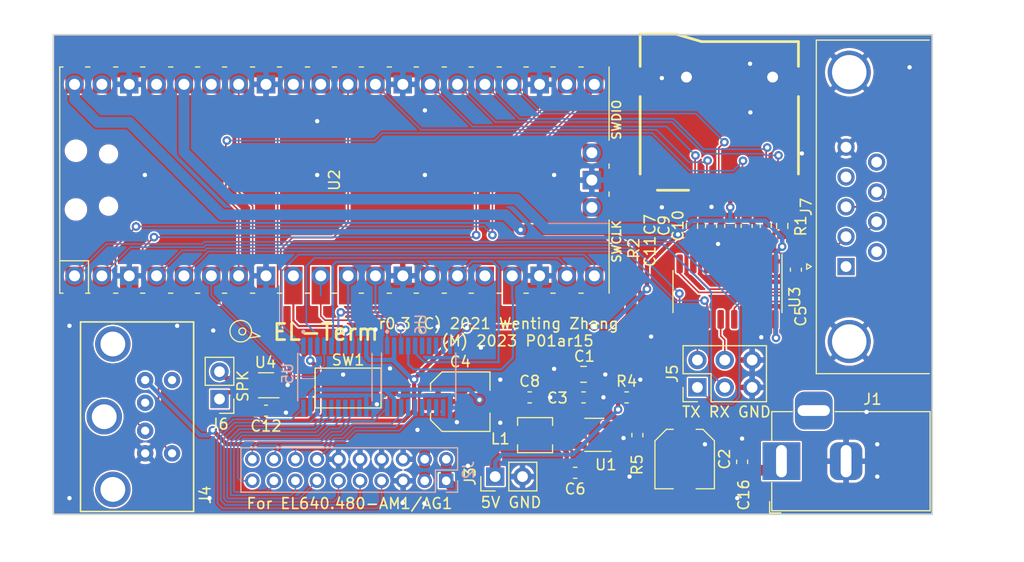
<source format=kicad_pcb>
(kicad_pcb (version 20221018) (generator pcbnew)
  (layers (0 "F.Cu" signal) (31 "B.Cu" signal) (34 "B.Paste" user) (35 "F.Paste" user) (36 "B.SilkS" user "B.Silkscreen") (37 "F.SilkS" user "F.Silkscreen") (38 "B.Mask" user) (39 "F.Mask" user) (44 "Edge.Cuts" user))
  (net 0 "")
  (net 4 "Net-(U1-FB)")
  (net 5 "Net-(U1-BS)")
  (net 6 "/SWCLK")
  (net 7 "/SWDIO")
  (net 8 "+3V3")
  (net 9 "/UD1")
  (net 10 "/UD2")
  (net 11 "+12V")
  (net 12 "/UD3")
  (net 13 "Net-(U1-SW)")
  (net 14 "Net-(J6-Pin_2)")
  (net 15 "Net-(J6-Pin_1)")
  (net 16 "+5V")
  (net 17 "/LD1")
  (net 18 "/LD2")
  (net 19 "/LD3")
  (net 20 "/KBCLK")
  (net 21 "Net-(U3-C1+)")
  (net 22 "/UART0_RX")
  (net 23 "/HSYNC")
  (net 24 "/VSYNC")
  (net 25 "Net-(U3-VS+)")
  (net 26 "/UART0_TX")
  (net 27 "Net-(U3-C1-)")
  (net 28 "Net-(U3-C2+)")
  (net 29 "Net-(U3-C2-)")
  (net 30 "Net-(U3-VS-)")
  (net 31 "Net-(U3-T2OUT)")
  (net 32 "Net-(U3-R2IN)")
  (net 33 "Net-(J5-Pin_2)")
  (net 34 "/SD_DAT2")
  (net 35 "/SD_DAT3")
  (net 36 "/SD_CMD")
  (net 37 "/SD_CLK")
  (net 38 "/SD_DAT0")
  (net 39 "/RUN")
  (net 40 "Net-(J5-Pin_4)")
  (net 41 "/PWM1")
  (net 42 "/PWM0")
  (net 43 "Net-(U3-R1IN)")
  (net 44 "Net-(U3-T1OUT)")
  (net 45 "/VSYS")
  (net 46 "/UART0_CTS")
  (net 47 "GND")
  (net 48 "/SD_DAT1")
  (net 49 "/UD0")
  (net 50 "/LD0")
  (net 51 "/VCLK")
  (net 52 "/UART0_RTS")
  (net 53 "/KBDAT")
  (net 62 "Net-(J2-Pin_7)")
  (net 63 "Net-(J2-Pin_9)")
  (net 64 "Net-(J2-Pin_11)")
  (net 65 "Net-(J2-Pin_13)")
  (net 66 "Net-(J2-Pin_14)")
  (net 67 "Net-(J2-Pin_15)")
  (net 68 "Net-(J2-Pin_16)")
  (net 69 "Net-(J2-Pin_17)")
  (net 70 "Net-(J2-Pin_18)")
  (net 71 "Net-(J2-Pin_19)")
  (net 72 "Net-(J2-Pin_20)")
  (footprint "Capacitor_SMD:C_0603_1608Metric" (layer "F.Cu") (at 123.952 120.65)
    (fp_text reference "C6")
    (fp_text value "100nF")
  )
  (footprint "Capacitor_SMD:C_0603_1608Metric" (layer "F.Cu") (at 119.73 113.65 180)
    (fp_text reference "C8")
    (fp_text value "10uF")
  )
  (footprint "Capacitor_SMD:C_0603_1608Metric" (layer "F.Cu") (at 139.453331 119.628 -90)
    (fp_text reference "C16")
    (fp_text value "100nF")
  )
  (footprint "Inductor_SMD:L_Vishay_IHLP-1212" (layer "F.Cu") (at 120.23 117.15 180)
    (fp_text reference "L1")
    (fp_text value "4.7uH")
  )
  (footprint "Resistor_SMD:R_0603_1608Metric" (layer "F.Cu") (at 128.73 113.65 180)
    (fp_text reference "R4")
    (fp_text value "200K")
  )
  (footprint "Resistor_SMD:R_0603_1608Metric" (layer "F.Cu") (at 129.73 117.15 90)
    (fp_text reference "R5")
    (fp_text value "27K")
  )
  (footprint "Package_TO_SOT_SMD:TSOT-23-6" (layer "F.Cu") (at 125.73 117.15 180)
    (fp_text reference "U1")
    (fp_text value "SY8120")
  )
  (footprint "Connector_BarrelJack:BarrelJack_Horizontal" (layer "F.Cu") (at 143.105331 119.5695 180)
    (fp_text reference "J1")
    (fp_text value "Barrel_Jack_Switch")
  )
  (footprint "Capacitor_SMD:C_0603_1608Metric" (layer "F.Cu") (at 124.73 113.65 180)
    (fp_text reference "C3")
    (fp_text value "100nF")
  )
  (footprint "Package_SO:SO-16_3.9x9.9mm_P1.27mm" (layer "F.Cu") (at 138.095331 103.824 -90)
    (fp_text reference "U3")
    (fp_text value "MAX3232")
  )
  (footprint "Resistor_SMD:R_0603_1608Metric" (layer "F.Cu") (at 134.793331 97.728 90)
    (fp_text reference "R2")
    (fp_text value "10K")
  )
  (footprint "Capacitor_SMD:C_0603_1608Metric" (layer "F.Cu") (at 144.445331 101.792 90)
    (fp_text reference "C5")
    (fp_text value "100nF")
  )
  (footprint "Capacitor_SMD:C_0603_1608Metric" (layer "F.Cu") (at 138.349331 97.728 -90)
    (fp_text reference "C7")
    (fp_text value "10uF")
  )
  (footprint "Connector_PinHeader_2.54mm:PinHeader_1x02_P2.54mm_Vertical" (layer "F.Cu") (at 116.525 121 90)
    (fp_text reference "J3")
    (fp_text value "Conn_01x02")
  )
  (footprint "footprints:RPi_Pico_SMD_TH" (layer "F.Cu") (at 101.6 93.472 90)
    (fp_text reference "U2")
    (fp_text value "Pico")
  )
  (footprint "Button_Switch_SMD:SW_SPST_CK_RS282G05A3" (layer "F.Cu") (at 102.87 112.776)
    (fp_text reference "SW1")
    (fp_text value "SW_Push")
  )
  (footprint "footprints:MINI-DIN-6-FULL-SHIELD" (layer "F.Cu") (at 75.5295 115.441 90)
    (fp_text reference "J4")
    (fp_text value "Mini-DIN-6" hide)
  )
  (footprint "Connector_PinHeader_2.54mm:PinHeader_2x03_P2.54mm_Vertical" (layer "F.Cu") (at 135.301331 112.719 90)
    (fp_text reference "J5")
    (fp_text value "Conn_02x03_Odd_Even")
  )
  (footprint "Capacitor_SMD:C_0603_1608Metric" (layer "F.Cu") (at 139.873331 97.728 90)
    (fp_text reference "C9")
    (fp_text value "100nF")
  )
  (footprint "Capacitor_SMD:C_0805_2012Metric" (layer "F.Cu") (at 124.73 111.506 180)
    (fp_text reference "C1")
    (fp_text value "4.7uF")
  )
  (footprint "Connector_Dsub:DSUB-9_Male_Horizontal_P2.77x2.84mm_EdgePinOffset4.94mm_Housed_MountingHolesOffset7.48mm" (layer "F.Cu") (at 149.1 101.5 90)
    (fp_text reference "J7")
    (fp_text value "DB9_Male_MountingHoles")
  )
  (footprint "Capacitor_SMD:C_Elec_5x5.8" (layer "F.Cu") (at 113.284 114.046)
    (fp_text reference "C4")
    (fp_text value "47uF")
  )
  (footprint "Capacitor_SMD:C_Elec_5x5.8" (layer "F.Cu") (at 134.119331 119.374 -90)
    (fp_text reference "C2")
    (fp_text value "47uF")
  )
  (footprint "Capacitor_SMD:C_0603_1608Metric" (layer "F.Cu") (at 95.25 114.88 180)
    (fp_text reference "C12")
    (fp_text value "100nF")
  )
  (footprint "Resistor_SMD:R_0603_1608Metric" (layer "F.Cu") (at 143.175331 97.728 90)
    (fp_text reference "R1")
    (fp_text value "10K")
  )
  (footprint "Connector_PinHeader_2.54mm:PinHeader_1x02_P2.54mm_Vertical" (layer "F.Cu") (at 90.932 113.797 180)
    (fp_text reference "J6")
    (fp_text value "Conn_01x02")
  )
  (footprint "Capacitor_SMD:C_0603_1608Metric" (layer "F.Cu") (at 136.571331 97.728 -90)
    (fp_text reference "C11")
    (fp_text value "100nF")
  )
  (footprint "Capacitor_SMD:C_0603_1608Metric" (layer "F.Cu") (at 141.651331 97.728 -90)
    (fp_text reference "C10")
    (fp_text value "100nF")
  )
  (footprint "Package_TO_SOT_SMD:SOT-363_SC-70-6" (layer "F.Cu") (at 95.25 112.522 180)
    (fp_text reference "U4")
    (fp_text value "NC7WZ16P6X")
  )
  (footprint "footprints:TFC-WPAPR-08" (layer "F.Cu") (at 137.333331 87.163505 90)
    (fp_text reference "MICRO_SD1" hide)
    (fp_text value "MICRO_SD(TFC-WPAPR-08)")
  )
  (footprint "Connector_PinHeader_2.00mm:PinHeader_2x10_P2.00mm_Vertical" (layer "B.Cu") (at 111.98 121.39 90)
    (fp_text reference "J2")
    (fp_text value "Conn_02x10_Odd_Even")
  )
  (footprint "TXB0108PWR:SOP65P640X120-20N" (layer "B.Cu") (at 109.42 111.7275 -90)
    (fp_text reference "U6")
    (fp_text value "TXB0108PWR")
  )
  (footprint "TXB0108PWR:SOP65P640X120-20N" (layer "B.Cu") (at 101.64 111.7575 -90)
    (fp_text reference "U5")
    (fp_text value "TXB0108PWR")
  )
  (gr_line (start 94.7 107.975) (end 93.675 108.125) (stroke (width 0.12)) (layer "F.SilkS"))
  (gr_circle (center 93.05 107.524845) (end 93.37 107.524845) (stroke (width 0.12)) (fill none) (layer "F.SilkS"))
  (gr_line (start 93.9 107.575) (end 94.7 107.975) (stroke (width 0.12)) (layer "F.SilkS"))
  (gr_circle (center 92.9 107.5) (end 93.9 107.5) (stroke (width 0.12)) (fill none) (layer "F.SilkS"))
  (gr_line (start 75.5 124.5) (end 157.1 124.5) (stroke (width 0.15)) (layer "Edge.Cuts"))
  (gr_line (start 157.1 79.978) (end 75.5 79.978) (stroke (width 0.15)) (layer "Edge.Cuts"))
  (gr_line (start 157.1 124.5) (end 157.1 79.978) (stroke (width 0.15)) (layer "Edge.Cuts"))
  (gr_line (start 75.5 79.978) (end 75.5 124.5) (stroke (width 0.15)) (layer "Edge.Cuts"))
  (gr_text "For EL640.480-AM1/AG1" (at 103 123.5) (layer "F.SilkS") (effects (font (size 1 1))))
  (gr_text "TX RX GND" (at 138 115) (layer "F.SilkS") (effects (font (size 1 1))))
  (gr_text "SPK" (at 93.1 112.6 90) (layer "F.SilkS") (effects (font (size 1 1))))
  (gr_text "EL-Term" (at 100.8 107.6) (layer "F.SilkS") (effects (font (size 1.5 1.5) (thickness 0.25))))
  (gr_text "(C) 2021 Wenting Zhang\n(M) 2023 P01ar15" (at 118.6 107.6) (layer "F.SilkS") (effects (font (size 1 1))))
  (gr_text "r0.3" (at 107.2 106.8) (layer "F.SilkS") (effects (font (size 1 1))))
  (gr_text "5V GND" (at 118 123.4) (layer "F.SilkS") (effects (font (size 1 1))))
  (segment (start 129.5175 113.65) (end 129.5175 116.15) (width 0.4) (layer "F.Cu") (net 4))
  (segment (start 127.2025 116.3625) (end 127.04 116.2) (width 0.4) (layer "F.Cu") (net 4))
  (segment (start 129.5175 116.15) (end 129.73 116.3625) (width 0.4) (layer "F.Cu") (net 4))
  (segment (start 129.73 116.3625) (end 127.2025 116.3625) (width 0.4) (layer "F.Cu") (net 4))
  (segment (start 124.7395 120.65) (end 124.7395 120.1505) (width 0.4) (layer "F.Cu") (net 5))
  (segment (start 124.7395 120.1505) (end 126.79 118.1) (width 0.4) (layer "F.Cu") (net 5))
  (segment (start 126.79 118.1) (end 127.04 118.1) (width 0.4) (layer "F.Cu") (net 5))
  (segment (start 94.3 112.522) (end 95.092 112.522) (width 0.4) (layer "F.Cu") (net 8))
  (segment (start 143.17 98.558331) (end 143.175331 98.553) (width 0.4) (layer "F.Cu") (net 8))
  (segment (start 95.092 113.53502) (end 94.475 114.15202) (width 0.4) (layer "F.Cu") (net 8))
  (segment (start 109 111.97) (end 109 111.95) (width 0.4) (layer "F.Cu") (net 8))
  (segment (start 95.223011 115.810011) (end 98.8 115.810011) (width 0.4) (layer "F.Cu") (net 8))
  (segment (start 142.540331 108.060331) (end 142.6 108.12) (width 0.4) (layer "F.Cu") (net 8))
  (segment (start 130.62 103.58) (end 130.62 101.4) (width 0.4) (layer "F.Cu") (net 8))
  (segment (start 100.07 110.93) (end 100.07 114.99) (width 0.4) (layer "F.Cu") (net 8))
  (segment (start 133.533 98.553) (end 133.5 98.52) (width 0.4) (layer "F.Cu") (net 8))
  (segment (start 94.475 114.15202) (end 94.475 115.062) (width 0.4) (layer "F.Cu") (net 8))
  (segment (start 98.8 115.810011) (end 108.029989 115.810011) (width 0.4) (layer "F.Cu") (net 8))
  (segment (start 100.07 114.99) (end 99.249989 115.810011) (width 0.4) (layer "F.Cu") (net 8))
  (segment (start 99.4 110.26) (end 100.07 110.93) (width 0.4) (layer "F.Cu") (net 8))
  (segment (start 138.349331 94.570145) (end 138.382351 94.537125) (width 0.4) (layer "F.Cu") (net 8))
  (segment (start 113.87 107.08) (end 125.71 107.08) (width 0.4) (layer "F.Cu") (net 8))
  (segment (start 109 114.84) (end 109 111.97) (width 0.4) (layer "F.Cu") (net 8))
  (segment (start 134.793331 98.553) (end 133.533 98.553) (width 0.4) (layer "F.Cu") (net 8))
  (segment (start 108.029989 115.810011) (end 109 114.84) (width 0.4) (layer "F.Cu") (net 8))
  (segment (start 94.475 115.062) (end 95.223011 115.810011) (width 0.4) (layer "F.Cu") (net 8))
  (segment (start 99.249989 115.810011) (end 98.8 115.810011) (width 0.4) (layer "F.Cu") (net 8))
  (segment (start 109 111.95) (end 113.87 107.08) (width 0.4) (layer "F.Cu") (net 8))
  (segment (start 130.62 101.4) (end 133.5 98.52) (width 0.4) (layer "F.Cu") (net 8))
  (segment (start 143.17 99.65) (end 143.17 98.558331) (width 0.4) (layer "F.Cu") (net 8))
  (segment (start 99.36 110.23) (end 99.39 110.26) (width 0.2) (layer "F.Cu") (net 8))
  (segment (start 99.39 110.26) (end 99.4 110.26) (width 0.2) (layer "F.Cu") (net 8))
  (segment (start 138.349331 96.953) (end 138.349331 94.570145) (width 0.4) (layer "F.Cu") (net 8))
  (segment (start 142.540331 106.399) (end 142.540331 108.060331) (width 0.4) (layer "F.Cu") (net 8))
  (segment (start 95.092 112.522) (end 95.092 113.53502) (width 0.4) (layer "F.Cu") (net 8))
  (via (at 109 111.97) (size 0.8) (drill 0.4) (layers "F.Cu" "B.Cu") (net 8))
  (via (at 113.9 107.2) (size 0.8) (drill 0.4) (layers "F.Cu" "B.Cu") (net 8))
  (via (at 125.71 107.08) (size 0.8) (drill 0.4) (layers "F.Cu" "B.Cu") (net 8))
  (via (at 133.5 98.52) (size 0.8) (drill 0.4) (layers "F.Cu" "B.Cu") (net 8))
  (via (at 138.349331 95.990669) (size 0.8) (drill 0.4) (layers "F.Cu" "B.Cu") (net 8))
  (via (at 143.17 99.65) (size 0.8) (drill 0.4) (layers "F.Cu" "B.Cu") (net 8))
  (via (at 99.36 110.23) (size 0.8) (drill 0.4) (layers "F.Cu" "B.Cu") (net 8))
  (via (at 130.62 103.58) (size 0.8) (drill 0.4) (layers "F.Cu" "B.Cu") (net 8))
  (via (at 142.6 108.12) (size 0.8) (drill 0.4) (layers "F.Cu" "B.Cu") (net 8))
  (segment (start 113.9 107.125) (end 113.8375 107.1875) (width 0.15) (layer "B.Cu") (net 8))
  (segment (start 141.58 97.24) (end 143.17 98.83) (width 0.4) (layer "B.Cu") (net 8))
  (segment (start 87.63 84.582) (end 87.63 90.86) (width 1) (layer "B.Cu") (net 8))
  (segment (start 99.365 108.8875) (end 99.365 110.225) (width 0.2) (layer "B.Cu") (net 8))
  (segment (start 134.78 97.24) (end 138.2 97.24) (width 0.4) (layer "B.Cu") (net 8))
  (segment (start 113.9 107.2) (end 113.9 107.125) (width 0.15) (layer "B.Cu") (net 8))
  (segment (start 138.349331 95.990669) (end 138.349331 97.090669) (width 0.4) (layer "B.Cu") (net 8))
  (segment (start 87.63 90.86) (end 92.02 95.25) (width 1) (layer "B.Cu") (net 8))
  (segment (start 133.5 98.52) (end 134.78 97.24) (width 0.4) (layer "B.Cu") (net 8))
  (segment (start 104.565 108.8875) (end 104.565 109.885) (width 0.4) (layer "B.Cu") (net 8))
  (segment (start 138.2 97.24) (end 141.58 97.24) (width 0.4) (layer "B.Cu") (net 8))
  (segment (start 130.62 103.58) (end 127.12 107.08) (width 0.4) (layer "B.Cu") (net 8))
  (segment (start 112.345 108.8575) (end 112.345 108.68) (width 0.15) (layer "B.Cu") (net 8))
  (segment (start 127.12 107.08) (end 125.71 107.08) (width 0.4) (layer "B.Cu") (net 8))
  (segment (start 143.17 98.83) (end 143.17 99.65) (width 0.4) (layer "B.Cu") (net 8))
  (segment (start 138.349331 97.090669) (end 138.2 97.24) (width 0.4) (layer "B.Cu") (net 8))
  (segment (start 142.6 108.12) (end 142.6 100.22) (width 0.4) (layer "B.Cu") (net 8))
  (segment (start 99.365 110.225) (end 99.36 110.23) (width 0.2) (layer "B.Cu") (net 8))
  (segment (start 118.5 95.25) (end 121.24 97.99) (width 1) (layer "B.Cu") (net 8))
  (segment (start 104.85 110.17) (end 107.030661 110.17) (width 0.4) (layer "B.Cu") (net 8))
  (segment (start 107.145 110.284339) (end 108.800661 111.94) (width 0.4) (layer "B.Cu") (net 8))
  (segment (start 112.345 108.68) (end 113.825 107.2) (width 0.15) (layer "B.Cu") (net 8))
  (segment (start 92.02 95.25) (end 118.5 95.25) (width 1) (layer "B.Cu") (net 8))
  (segment (start 132.97 97.99) (end 133.5 98.52) (width 1) (layer "B.Cu") (net 8))
  (segment (start 107.030661 110.17) (end 107.145 110.284339) (width 0.4) (layer "B.Cu") (net 8))
  (segment (start 121.24 97.99) (end 132.97 97.99) (width 1) (layer "B.Cu") (net 8))
  (segment (start 113.825 107.2) (end 113.9 107.2) (width 0.15) (layer "B.Cu") (net 8))
  (segment (start 104.565 109.885) (end 104.85 110.17) (width 0.4) (layer "B.Cu") (net 8))
  (segment (start 108.800661 111.94) (end 108.95 111.94) (width 0.4) (layer "B.Cu") (net 8))
  (segment (start 107.145 108.8575) (end 107.145 110.284339) (width 0.4) (layer "B.Cu") (net 8))
  (segment (start 142.6 100.22) (end 143.17 99.65) (width 0.4) (layer "B.Cu") (net 8))
  (segment (start 103.29 106.84) (end 103.29 108.8625) (width 0.2) (layer "B.Cu") (net 9))
  (segment (start 103.29 108.8625) (end 103.265 108.8875) (width 0.2) (layer "B.Cu") (net 9))
  (segment (start 102.87 102.362) (end 102.87 106.42) (width 0.2) (layer "B.Cu") (net 9))
  (segment (start 102.87 106.42) (end 103.29 106.84) (width 0.2) (layer "B.Cu") (net 9))
  (segment (start 100.33 102.362) (end 100.33 106.08) (width 0.15) (layer "F.Cu") (net 10))
  (segment (start 107.06 106.48) (end 107.75 107.17) (width 0.15) (layer "F.Cu") (net 10))
  (segment (start 100.73 106.48) (end 107.06 106.48) (width 0.15) (layer "F.Cu") (net 10))
  (segment (start 100.33 106.08) (end 100.73 106.48) (width 0.15) (layer "F.Cu") (net 10))
  (via (at 107.75 107.17) (size 0.8) (drill 0.4) (layers "F.Cu" "B.Cu") (net 10))
  (segment (start 107.75 107.17) (end 107.75 108.8125) (width 0.15) (layer "B.Cu") (net 10))
  (segment (start 107.75 108.8125) (end 107.795 108.8575) (width 0.15) (layer "B.Cu") (net 10))
  (segment (start 107.795 107.215) (end 107.75 107.17) (width 0.15) (layer "B.Cu") (net 10))
  (segment (start 100.33 102.362) (end 100.33 104.19) (width 0.15) (layer "B.Cu") (net 10))
  (segment (start 124.31 109.87) (end 123.955 110.225) (width 1) (layer "F.Cu") (net 11))
  (segment (start 124.42 116.2) (end 124.42 115.89) (width 0.4) (layer "F.Cu") (net 11))
  (segment (start 131.95 110.45) (end 131.37 109.87) (width 1) (layer "F.Cu") (net 11))
  (segment (start 123.9425 111.5185) (end 123.955 111.506) (width 0.4) (layer "F.Cu") (net 11))
  (segment (start 139.453331 120.4155) (end 142.259331 120.4155) (width 1) (layer "F.Cu") (net 11))
  (segment (start 134.119331 121.4365) (end 138.432331 121.4365) (width 1) (layer "F.Cu") (net 11))
  (segment (start 131.95 119.267169) (end 131.95 110.45) (width 1) (layer "F.Cu") (net 11))
  (segment (start 142.259331 120.4155) (end 143.105331 119.5695) (width 1) (layer "F.Cu") (net 11))
  (segment (start 132.495831 123.06) (end 113.65 123.06) (width 1) (layer "F.Cu") (net 11))
  (segment (start 131.37 109.87) (end 124.31 109.87) (width 1) (layer "F.Cu") (net 11))
  (segment (start 134.119331 121.4365) (end 131.95 119.267169) (width 1) (layer "F.Cu") (net 11))
  (segment (start 124.42 117.15) (end 124.42 116.2) (width 0.4) (layer "F.Cu") (net 11))
  (segment (start 123.955 110.225) (end 123.9425 110.2375) (width 1) (layer "F.Cu") (net 11))
  (segment (start 113.65 123.06) (end 111.98 121.39) (width 1) (layer "F.Cu") (net 11))
  (segment (start 123.9425 113.65) (end 123.9425 115.7225) (width 1) (layer "F.Cu") (net 11))
  (segment (start 123.9425 115.7225) (end 124.42 116.2) (width 1) (layer "F.Cu") (net 11))
  (segment (start 123.955 110.225) (end 123.955 111.506) (width 1) (layer "F.Cu") (net 11))
  (segment (start 138.432331 121.4365) (end 139.453331 120.4155) (width 1) (layer "F.Cu") (net 11))
  (segment (start 111.98 121.39) (end 111.98 119.39) (width 1) (layer "F.Cu") (net 11))
  (segment (start 123.9425 110.2375) (end 123.9425 113.65) (width 1) (layer "F.Cu") (net 11))
  (segment (start 132.495831 123.06) (end 134.119331 121.4365) (width 1) (layer "F.Cu") (net 11))
  (segment (start 97.79 106.52) (end 98.29 107.02) (width 0.2) (layer "F.Cu") (net 12))
  (segment (start 98.29 107.02) (end 102.28 107.02) (width 0.2) (layer "F.Cu") (net 12))
  (segment (start 102.28 107.02) (end 102.64 107.38) (width 0.2) (layer "F.Cu") (net 12))
  (segment (start 97.79 102.362) (end 97.79 106.52) (width 0.2) (layer "F.Cu") (net 12))
  (via (at 102.64 107.38) (size 0.8) (drill 0.4) (layers "F.Cu" "B.Cu") (net 12))
  (segment (start 102.615 107.555) (end 102.64 107.38) (width 0.15) (layer "B.Cu") (net 12))
  (segment (start 102.64 107.38) (end 102.615 108.8875) (width 0.15) (layer "B.Cu") (net 12))
  (segment (start 124.42 118.1) (end 122.53 118.1) (width 0.4) (layer "F.Cu") (net 13))
  (segment (start 122.53 118.1) (end 123.1645 118.7345) (width 0.4) (layer "F.Cu") (net 13))
  (segment (start 123.1645 118.7345) (end 123.1645 120.65) (width 0.4) (layer "F.Cu") (net 13))
  (segment (start 122.53 118.1) (end 121.58 117.15) (width 0.4) (layer "F.Cu") (net 13))
  (segment (start 94.3 111.872) (end 91.547 111.872) (width 0.4) (layer "F.Cu") (net 14))
  (segment (start 91.547 111.872) (end 90.932 111.257) (width 0.4) (layer "F.Cu") (net 14))
  (segment (start 94.3 113.172) (end 91.557 113.172) (width 0.4) (layer "F.Cu") (net 15))
  (segment (start 91.557 113.172) (end 90.932 113.797) (width 0.4) (layer "F.Cu") (net 15))
  (segment (start 126.82 108.5) (end 121.29 108.5) (width 1) (layer "F.Cu") (net 16))
  (segment (start 109.98 118.41) (end 109.98 121.39) (width 1) (layer "F.Cu") (net 16))
  (segment (start 91.59 117.99) (end 110.4 117.99) (width 0.4) (layer "F.Cu") (net 16))
  (segment (start 127.9425 114.7675) (end 127.94 114.77) (width 0.4) (layer "F.Cu") (net 16))
  (segment (start 118.88 117.15) (end 118.88 113.7125) (width 1) (layer "F.Cu") (net 16))
  (segment (start 118.9425 110.8475) (end 118.9425 113.65) (width 1) (layer "F.Cu") (net 16))
  (segment (start 90.3 116.7) (end 91.59 117.99) (width 0.4) (layer "F.Cu") (net 16))
  (segment (start 118.89 98.09) (end 126.85 98.09) (width 1) (layer "F.Cu") (net 16))
  (segment (start 110.8435 117.5465) (end 109.98 118.41) (width 1) (layer "F.Cu") (net 16))
  (segment (start 129.15 100.39) (end 129.15 106.17) (width 1) (layer "F.Cu") (net 16))
  (segment (start 110.4 117.99) (end 110.8435 117.5465) (width 0.4) (layer "F.Cu") (net 16))
  (segment (start 127.9425 113.65) (end 127.9425 114.7675) (width 0.4) (layer "F.Cu") (net 16))
  (segment (start 115.3465 114.046) (end 115.3465 117.5465) (width 1) (layer "F.Cu") (net 16))
  (segment (start 118.9425 113.65) (end 115.7425 113.65) (width 1) (layer "F.Cu") (net 16))
  (segment (start 126.85 98.09) (end 129.15 100.39) (width 1) (layer "F.Cu") (net 16))
  (segment (start 118.88 113.7125) (end 118.9425 113.65) (width 1) (layer "F.Cu") (net 16))
  (segment (start 129.15 106.17) (end 126.82 108.5) (width 1) (layer "F.Cu") (net 16))
  (segment (start 116.525 119.112) (end 116.525 121) (width 1) (layer "F.Cu") (net 16))
  (segment (start 121.29 108.5) (end 118.9425 110.8475) (width 1) (layer "F.Cu") (net 16))
  (segment (start 115.7425 113.65) (end 115.3465 114.046) (width 1) (layer "F.Cu") (net 16))
  (segment (start 115.3465 117.9335) (end 116.525 119.112) (width 1) (layer "F.Cu") (net 16))
  (segment (start 115.3465 117.5465) (end 115.3465 117.9335) (width 1) (layer "F.Cu") (net 16))
  (segment (start 115.3465 117.5465) (end 110.8435 117.5465) (width 1) (layer "F.Cu") (net 16))
  (via (at 118.89 98.09) (size 0.8) (drill 0.4) (layers "F.Cu" "B.Cu") (net 16))
  (via (at 127.94 114.77) (size 0.8) (drill 0.4) (layers "F.Cu" "B.Cu") (net 16))
  (via (at 115.07 113.87) (size 0.8) (drill 0.4) (layers "F.Cu" "B.Cu") (net 16))
  (via (at 90.3 116.7) (size 0.8) (drill 0.4) (layers "F.Cu" "B.Cu") (net 16))
  (segment (start 106.290466 112.92) (end 114.11 112.92) (width 0.4) (layer "B.Cu") (net 16))
  (segment (start 99.365 114.6275) (end 99.365 113.465) (width 0.4) (layer "B.Cu") (net 16))
  (segment (start 107.145 113.774534) (end 107.145 114.5975) (width 0.4) (layer "B.Cu") (net 16))
  (segment (start 99.91 112.92) (end 106.290466 112.92) (width 0.4) (layer "B.Cu") (net 16))
  (segment (start 89.1485 117.16) (end 84.0295 112.041) (width 0.4) (layer "B.Cu") (net 16))
  (segment (start 127.94 114.77) (end 123.75 118.96) (width 0.4) (layer "B.Cu") (net 16))
  (segment (start 115.06 113.87) (end 115.07 113.87) (width 0.4) (layer "B.Cu") (net 16))
  (segment (start 116.525 119.605) (end 116.525 121) (width 0.4) (layer "B.Cu") (net 16))
  (segment (start 106.290466 112.92) (end 107.145 113.774534) (width 0.4) (layer "B.Cu") (net 16))
  (segment (start 79.6 88.11) (end 82.57 88.11) (width 1) (layer "B.Cu") (net 16))
  (segment (start 90.3 116.7) (end 89.84 117.16) (width 0.4) (layer "B.Cu") (net 16))
  (segment (start 99.365 113.465) (end 99.91 112.92) (width 0.4) (layer "B.Cu") (net 16))
  (segment (start 77.47 84.582) (end 77.47 85.98) (width 1) (layer "B.Cu") (net 16))
  (segment (start 89.84 117.16) (end 89.1485 117.16) (width 0.4) (layer "B.Cu") (net 16))
  (segment (start 117.49 96.69) (end 118.89 98.09) (width 1) (layer "B.Cu") (net 16))
  (segment (start 115.07 113.87) (end 115.07 113.88) (width 0.4) (layer "B.Cu") (net 16))
  (segment (start 82.57 88.11) (end 91.15 96.69) (width 1) (layer "B.Cu") (net 16))
  (segment (start 123.75 118.96) (end 117.17 118.96) (width 0.4) (layer "B.Cu") (net 16))
  (segment (start 77.47 85.98) (end 79.6 88.11) (width 1) (layer "B.Cu") (net 16))
  (segment (start 114.11 112.92) (end 115.06 113.87) (width 0.4) (layer "B.Cu") (net 16))
  (segment (start 115.07 113.88) (end 115.05 113.86) (width 0.4) (layer "B.Cu") (net 16))
  (segment (start 91.15 96.69) (end 117.49 96.69) (width 1) (layer "B.Cu") (net 16))
  (segment (start 117.17 118.96) (end 116.525 119.605) (width 0.4) (layer "B.Cu") (net 16))
  (segment (start 114.96 105.75) (end 115.57 105.14) (width 0.2) (layer "F.Cu") (net 17))
  (segment (start 102.19 105.75) (end 114.96 105.75) (width 0.2) (layer "F.Cu") (net 17))
  (segment (start 115.57 105.14) (end 115.57 102.362) (width 0.2) (layer "F.Cu") (net 17))
  (via (at 102.19 105.75) (size 0.8) (drill 0.4) (layers "F.Cu" "B.Cu") (net 17))
  (segment (start 102.19 105.75) (end 102.19 105.71) (width 0.2) (layer "B.Cu") (net 17))
  (segment (start 102.19 105.71) (end 102.14 105.76) (width 0.2) (layer "B.Cu") (net 17))
  (segment (start 102.15 105.75) (end 102.19 105.75) (width 0.2) (layer "B.Cu") (net 17))
  (segment (start 101.965 108.8875) (end 101.965 105.935) (width 0.2) (layer "B.Cu") (net 17))
  (segment (start 101.965 105.935) (end 102.15 105.75) (width 0.2) (layer "B.Cu") (net 17))
  (segment (start 116.84 110.31) (end 116.84 101.59) (width 0.2) (layer "B.Cu") (net 18))
  (segment (start 116.9 110.37) (end 116.84 110.31) (width 0.2) (layer "B.Cu") (net 18))
  (segment (start 109.095 108.8575) (end 109.095 109.539045) (width 0.2) (layer "B.Cu") (net 18))
  (segment (start 114.367 101.025) (end 113.03 102.362) (width 0.2) (layer "B.Cu") (net 18))
  (segment (start 116.275 101.025) (end 114.367 101.025) (width 0.2) (layer "B.Cu") (net 18))
  (segment (start 109.095 109.539045) (end 109.925955 110.37) (width 0.2) (layer "B.Cu") (net 18))
  (segment (start 109.925955 110.37) (end 116.9 110.37) (width 0.2) (layer "B.Cu") (net 18))
  (segment (start 116.84 101.59) (end 116.275 101.025) (width 0.2) (layer "B.Cu") (net 18))
  (segment (start 101.47 101.35) (end 101.76 101.06) (width 0.2) (layer "B.Cu") (net 19))
  (segment (start 101.315 108.8875) (end 101.47 108.7325) (width 0.2) (layer "B.Cu") (net 19))
  (segment (start 110.49 101.72) (end 110.49 102.362) (width 0.2) (layer "B.Cu") (net 19))
  (segment (start 101.76 101.06) (end 109.83 101.06) (width 0.2) (layer "B.Cu") (net 19))
  (segment (start 109.83 101.06) (end 110.49 101.72) (width 0.2) (layer "B.Cu") (net 19))
  (segment (start 101.47 108.7325) (end 101.47 101.35) (width 0.2) (layer "B.Cu") (net 19))
  (segment (start 85.27 110.93) (end 83.79 109.45) (width 0.15) (layer "F.Cu") (net 20))
  (segment (start 83.79 109.45) (end 83.79 99.83) (width 0.15) (layer "F.Cu") (net 20))
  (segment (start 123.19 84.582) (end 114.763841 93.008159) (width 0.15) (layer "F.Cu") (net 20))
  (segment (start 114.763841 93.008159) (end 114.763841 98.574957) (width 0.15) (layer "F.Cu") (net 20))
  (segment (start 85.27 117.5815) (end 85.27 110.93) (width 0.15) (layer "F.Cu") (net 20))
  (segment (start 83.79 99.83) (end 84.85 98.77) (width 0.15) (layer "F.Cu") (net 20))
  (segment (start 86.5295 118.841) (end 85.27 117.5815) (width 0.15) (layer "F.Cu") (net 20))
  (via (at 114.763841 98.574957) (size 0.8) (drill 0.4) (layers "F.Cu" "B.Cu") (net 20))
  (via (at 84.85 98.77) (size 0.8) (drill 0.4) (layers "F.Cu" "B.Cu") (net 20))
  (segment (start 114.568798 98.77) (end 114.763841 98.574957) (width 0.15) (layer "B.Cu") (net 20))
  (segment (start 84.85 98.77) (end 114.568798 98.77) (width 0.15) (layer "B.Cu") (net 20))
  (segment (start 144.445331 101.017) (end 142.772331 101.017) (width 0.4) (layer "F.Cu") (net 21))
  (segment (start 142.772331 101.017) (end 142.540331 101.249) (width 0.4) (layer "F.Cu") (net 21))
  (segment (start 80.01 102.362) (end 82.672022 99.699978) (width 0.15) (layer "B.Cu") (net 22))
  (segment (start 132.231309 99.499978) (end 136.589331 103.858) (width 0.15) (layer "B.Cu") (net 22))
  (segment (start 82.672022 99.699978) (end 89.443464 99.699978) (width 0.15) (layer "B.Cu") (net 22))
  (segment (start 136.589331 111.467) (end 137.841331 112.719) (width 0.15) (layer "B.Cu") (net 22))
  (segment (start 136.589331 103.858) (end 136.589331 111.467) (width 0.15) (layer "B.Cu") (net 22))
  (segment (start 89.443464 99.699978) (end 89.643464 99.499978) (width 0.15) (layer "B.Cu") (net 22))
  (segment (start 132.231309 99.499978) (end 134.709309 101.977978) (width 0.15) (layer "B.Cu") (net 22))
  (segment (start 89.643464 99.499978) (end 132.231309 99.499978) (width 0.15) (layer "B.Cu") (net 22))
  (segment (start 123.19 102.362) (end 123.19 101.52) (width 0.15) (layer "B.Cu") (net 23))
  (segment (start 100.015 107.835) (end 100.015 108.8875) (width 0.15) (layer "B.Cu") (net 23))
  (segment (start 98.99 106.81) (end 100.015 107.835) (width 0.15) (layer "B.Cu") (net 23))
  (segment (start 123.19 101.52) (end 122.37 100.7) (width 0.15) (layer "B.Cu") (net 23))
  (segment (start 122.37 100.7) (end 99.75 100.7) (width 0.15) (layer "B.Cu") (net 23))
  (segment (start 98.99 101.46) (end 98.99 106.81) (width 0.15) (layer "B.Cu") (net 23))
  (segment (start 99.75 100.7) (end 98.99 101.46) (width 0.15) (layer "B.Cu") (net 23))
  (segment (start 124.78 100.4) (end 125.73 101.35) (width 0.15) (layer "B.Cu") (net 24))
  (segment (start 98.715 108.8875) (end 96.715 106.8875) (width 0.15) (layer "B.Cu") (net 24))
  (segment (start 96.715 101.91672) (end 98.23172 100.4) (width 0.15) (layer "B.Cu") (net 24))
  (segment (start 125.73 101.35) (end 125.73 102.362) (width 0.15) (layer "B.Cu") (net 24))
  (segment (start 98.23172 100.4) (end 124.78 100.4) (width 0.15) (layer "B.Cu") (net 24))
  (segment (start 96.715 106.8875) (end 96.715 101.91672) (width 0.15) (layer "B.Cu") (net 24))
  (segment (start 141.270331 99.689669) (end 141.270331 101.249) (width 0.4) (layer "F.Cu") (net 25))
  (segment (start 141.651331 99.308669) (end 141.270331 99.689669) (width 0.4) (layer "F.Cu") (net 25))
  (segment (start 141.651331 98.503) (end 141.651331 99.308669) (width 0.4) (layer "F.Cu") (net 25))
  (segment (start 139.199331 105.308) (end 139.199331 113.628) (width 0.15) (layer "B.Cu") (net 26))
  (segment (start 139.199331 113.628) (end 138.569331 114.258) (width 0.15) (layer "B.Cu") (net 26))
  (segment (start 80.432033 99.399967) (end 89.319195 99.399967) (width 0.15) (layer "B.Cu") (net 26))
  (segment (start 133.091298 99.199967) (end 135.569298 101.677967) (width 0.15) (layer "B.Cu") (net 26))
  (segment (start 133.091298 99.199967) (end 139.199331 105.308) (width 0.15) (layer "B.Cu") (net 26))
  (segment (start 138.569331 114.258) (end 136.840331 114.258) (width 0.15) (layer "B.Cu") (net 26))
  (segment (start 89.319195 99.399967) (end 89.519197 99.199967) (width 0.15) (layer "B.Cu") (net 26))
  (segment (start 136.840331 114.258) (end 135.301331 112.719) (width 0.15) (layer "B.Cu") (net 26))
  (segment (start 89.519197 99.199967) (end 133.091298 99.199967) (width 0.15) (layer "B.Cu") (net 26))
  (segment (start 77.47 102.362) (end 80.432033 99.399967) (width 0.15) (layer "B.Cu") (net 26))
  (segment (start 140.58 102.91) (end 143.13 102.91) (width 0.4) (layer "F.Cu") (net 27))
  (segment (start 140.000331 101.249) (end 140.000331 102.330331) (width 0.4) (layer "F.Cu") (net 27))
  (segment (start 140.000331 102.330331) (end 140.58 102.91) (width 0.4) (layer "F.Cu") (net 27))
  (segment (start 143.473 102.567) (end 144.445331 102.567) (width 0.4) (layer "F.Cu") (net 27))
  (segment (start 143.13 102.91) (end 143.473 102.567) (width 0.4) (layer "F.Cu") (net 27))
  (segment (start 140.72 97.799669) (end 139.873331 96.953) (width 0.4) (layer "F.Cu") (net 28))
  (segment (start 138.730331 100.934202) (end 140.72 98.944533) (width 0.4) (layer "F.Cu") (net 28))
  (segment (start 138.730331 101.249) (end 138.730331 100.934202) (width 0.4) (layer "F.Cu") (net 28))
  (segment (start 140.72 98.944533) (end 140.72 97.799669) (width 0.4) (layer "F.Cu") (net 28))
  (segment (start 138.766331 99.61) (end 138.09 99.61) (width 0.4) (layer "F.Cu") (net 29))
  (segment (start 137.460331 100.239669) (end 137.460331 101.249) (width 0.4) (layer "F.Cu") (net 29))
  (segment (start 138.09 99.61) (end 137.460331 100.239669) (width 0.4) (layer "F.Cu") (net 29))
  (segment (start 139.873331 98.503) (end 138.766331 99.61) (width 0.4) (layer "F.Cu") (net 29))
  (segment (start 136.571331 98.503) (end 136.190331 98.884) (width 0.4) (layer "F.Cu") (net 30))
  (segment (start 136.190331 98.884) (end 136.190331 101.249) (width 0.4) (layer "F.Cu") (net 30))
  (segment (start 136.389331 103.598) (end 134.920331 102.129) (width 0.15) (layer "F.Cu") (net 31))
  (segment (start 149.1 98.73) (end 147.019331 100.810668) (width 0.15) (layer "F.Cu") (net 31))
  (segment (start 147.019331 100.810668) (end 147.019331 102.268) (width 0.15) (layer "F.Cu") (net 31))
  (segment (start 145.689331 103.598) (end 136.389331 103.598) (width 0.15) (layer "F.Cu") (net 31))
  (segment (start 147.019331 102.268) (end 145.689331 103.598) (width 0.15) (layer "F.Cu") (net 31))
  (segment (start 134.920331 102.129) (end 134.920331 101.249) (width 0.15) (layer "F.Cu") (net 31))
  (segment (start 147.019331 100.810668) (end 147.019331 101.388) (width 0.15) (layer "F.Cu") (net 31))
  (segment (start 133.650331 101.249) (end 133.650331 102.124) (width 0.15) (layer "F.Cu") (net 32))
  (segment (start 150.549331 98.735669) (end 151.94 97.345) (width 0.15) (layer "F.Cu") (net 32))
  (segment (start 150.549331 102.578) (end 150.549331 98.735669) (width 0.15) (layer "F.Cu") (net 32))
  (segment (start 145.8136 103.898011) (end 145.8736 103.838011) (width 0.15) (layer "F.Cu") (net 32))
  (segment (start 133.650331 102.124) (end 135.424342 103.898011) (width 0.15) (layer "F.Cu") (net 32))
  (segment (start 135.424342 103.898011) (end 145.8136 103.898011) (width 0.15) (layer "F.Cu") (net 32))
  (segment (start 145.8736 103.838011) (end 149.28932 103.838011) (width 0.15) (layer "F.Cu") (net 32))
  (segment (start 149.28932 103.838011) (end 150.549331 102.578) (width 0.15) (layer "F.Cu") (net 32))
  (segment (start 135.301331 110.179) (end 135.301331 108.8) (width 0.15) (layer "F.Cu") (net 33))
  (segment (start 134.920331 108.419) (end 134.920331 106.399) (width 0.15) (layer "F.Cu") (net 33))
  (segment (start 135.301331 108.8) (end 134.920331 108.419) (width 0.15) (layer "F.Cu") (net 33))
  (segment (start 134.793331 96.903) (end 134.793331 94.829225) (width 0.15) (layer "F.Cu") (net 34))
  (segment (start 135.085431 91.216499) (end 135.11894 91.18299) (width 0.15) (layer "F.Cu") (net 34))
  (segment (start 134.793331 94.829225) (end 135.085431 94.537125) (width 0.15) (layer "F.Cu") (net 34))
  (segment (start 135.085431 94.537125) (end 135.085431 91.216499) (width 0.15) (layer "F.Cu") (net 34))
  (via (at 135.11894 91.18299) (size 0.8) (drill 0.4) (layers "F.Cu" "B.Cu") (net 34))
  (segment (start 110.49 84.582) (end 114.407978 88.499978) (width 0.15) (layer "B.Cu") (net 34))
  (segment (start 132.435928 88.499978) (end 135.11894 91.18299) (width 0.15) (layer "B.Cu") (net 34))
  (segment (start 114.407978 88.499978) (end 132.435928 88.499978) (width 0.15) (layer "B.Cu") (net 34))
  (segment (start 134.94393 91.358) (end 135.11894 91.18299) (width 0.15) (layer "B.Cu") (net 34))
  (segment (start 136.249331 91.658) (end 136.185251 91.72208) (width 0.15) (layer "F.Cu") (net 35))
  (segment (start 136.185251 91.72208) (end 136.185251 94.537125) (width 0.15) (layer "F.Cu") (net 35))
  (via (at 136.249331 91.658) (size 0.8) (drill 0.4) (layers "F.Cu" "B.Cu") (net 35))
  (segment (start 131.499989 88.799989) (end 134.508001 91.808001) (width 0.15) (layer "B.Cu") (net 35))
  (segment (start 109.627989 88.799989) (end 131.499989 88.799989) (width 0.15) (layer "B.Cu") (net 35))
  (segment (start 134.508001 91.808001) (end 136.09933 91.808001) (width 0.15) (layer "B.Cu") (net 35))
  (segment (start 105.41 84.582) (end 109.627989 88.799989) (width 0.15) (layer "B.Cu") (net 35))
  (segment (start 136.099331 91.808) (end 136.249331 91.658) (width 0.15) (layer "B.Cu") (net 35))
  (segment (start 136.09933 91.808001) (end 136.249331 91.658) (width 0.15) (layer "B.Cu") (net 35))
  (segment (start 137.285071 90.478771) (end 137.810852 89.95299) (width 0.15) (layer "F.Cu") (net 36))
  (segment (start 137.285071 94.537125) (end 137.285071 90.478771) (width 0.15) (layer "F.Cu") (net 36))
  (via (at 137.810852 89.95299) (size 0.8) (drill 0.4) (layers "F.Cu" "B.Cu") (net 36))
  (segment (start 118.11 84.582) (end 120.828 87.3) (width 0.15) (layer "B.Cu") (net 36))
  (segment (start 135.157862 87.3) (end 137.810852 89.95299) (width 0.15) (layer "B.Cu") (net 36))
  (segment (start 120.828 87.3) (end 135.157862 87.3) (width 0.15) (layer "B.Cu") (net 36))
  (segment (start 92.71 102.362) (end 92.71 96.28) (width 0.15) (layer "F.Cu") (net 37))
  (segment (start 92.71 96.28) (end 91.52 95.09) (width 0.15) (layer "F.Cu") (net 37))
  (segment (start 91.52 95.09) (end 91.52 89.89) (width 0.15) (layer "F.Cu") (net 37))
  (segment (start 139.482171 91.736152) (end 139.535313 91.68301) (width 0.15) (layer "F.Cu") (net 37))
  (segment (start 139.482171 94.537125) (end 139.482171 91.736152) (width 0.15) (layer "F.Cu") (net 37))
  (segment (start 91.52 89.89) (end 91.61 89.8) (width 0.15) (layer "F.Cu") (net 37))
  (via (at 91.61 89.8) (size 0.8) (drill 0.4) (layers "F.Cu" "B.Cu") (net 37))
  (via (at 139.535313 91.68301) (size 0.8) (drill 0.4) (layers "F.Cu" "B.Cu") (net 37))
  (segment (start 106.04 89.1) (end 131.1 89.1) (width 0.15) (layer "B.Cu") (net 37))
  (segment (start 105.334999 89.805001) (end 91.615001 89.805001) (width 0.15) (layer "B.Cu") (net 37))
  (segment (start 105.334999 89.805001) (end 106.04 89.1) (width 0.15) (layer "B.Cu") (net 37))
  (segment (start 105.266999 89.805001) (end 105.334999 89.805001) (width 0.15) (layer "B.Cu") (net 37))
  (segment (start 138.618323 92.6) (end 139.535313 91.68301) (width 0.15) (layer "B.Cu") (net 37))
  (segment (start 134.6 92.6) (end 138.618323 92.6) (width 0.15) (layer "B.Cu") (net 37))
  (segment (start 131.1 89.1) (end 134.6 92.6) (width 0.15) (layer "B.Cu") (net 37))
  (segment (start 138.618323 92.6) (end 138.935322 92.283001) (width 0.15) (layer "B.Cu") (net 37))
  (segment (start 91.615001 89.805001) (end 91.61 89.8) (width 0.15) (layer "B.Cu") (net 37))
  (segment (start 141.681811 90.549386) (end 141.781762 90.449435) (width 0.15) (layer "F.Cu") (net 38))
  (segment (start 141.681811 94.537125) (end 141.681811 90.549386) (width 0.15) (layer "F.Cu") (net 38))
  (via (at 141.781762 90.449435) (size 0.8) (drill 0.4) (layers "F.Cu" "B.Cu") (net 38))
  (segment (start 118.767978 87.779978) (end 133.06521 87.779978) (width 0.15) (layer "B.Cu") (net 38))
  (segment (start 115.57 84.582) (end 118.767978 87.779978) (width 0.15) (layer "B.Cu") (net 38))
  (segment (start 133.06521 87.779978) (end 135.886315 90.601083) (width 0.15) (layer "B.Cu") (net 38))
  (segment (start 135.886315 90.601083) (end 141.630114 90.601083) (width 0.15) (layer "B.Cu") (net 38))
  (segment (start 133.06521 87.779978) (end 135.54321 90.257978) (width 0.15) (layer "B.Cu") (net 38))
  (segment (start 141.630114 90.601083) (end 141.781762 90.449435) (width 0.15) (layer "B.Cu") (net 38))
  (segment (start 98.34 112.146) (end 98.97 112.776) (width 0.15) (layer "F.Cu") (net 39))
  (segment (start 98.34 109.8) (end 98.34 112.146) (width 0.15) (layer "F.Cu") (net 39))
  (segment (start 96.625 108.085) (end 98.34 109.8) (width 0.15) (layer "F.Cu") (net 39))
  (segment (start 96.625 99.895) (end 96.625 108.085) (width 0.15) (layer "F.Cu") (net 39))
  (segment (start 97.7 98.82) (end 96.625 99.895) (width 0.15) (layer "F.Cu") (net 39))
  (segment (start 102.87 84.582) (end 102.87 97.43) (width 0.15) (layer "F.Cu") (net 39))
  (segment (start 101.48 98.82) (end 97.7 98.82) (width 0.15) (layer "F.Cu") (net 39))
  (segment (start 102.87 97.43) (end 101.48 98.82) (width 0.15) (layer "F.Cu") (net 39))
  (segment (start 137.841331 110.179) (end 137.841331 108.32) (width 0.15) (layer "F.Cu") (net 40))
  (segment (start 137.841331 108.32) (end 137.460331 107.939) (width 0.15) (layer "F.Cu") (net 40))
  (segment (start 137.460331 107.939) (end 137.460331 106.399) (width 0.15) (layer "F.Cu") (net 40))
  (segment (start 96.325 86.047) (end 97.79 84.582) (width 0.15) (layer "F.Cu") (net 41))
  (segment (start 97.885001 109.885001) (end 96.325 108.325) (width 0.15) (layer "F.Cu") (net 41))
  (segment (start 97.108 113.172) (end 97.125 113.155) (width 0.15) (layer "F.Cu") (net 41))
  (segment (start 97.513002 113.172) (end 97.885001 112.800001) (width 0.15) (layer "F.Cu") (net 41))
  (segment (start 97.108 113.172) (end 97.513002 113.172) (width 0.15) (layer "F.Cu") (net 41))
  (segment (start 97.885001 112.800001) (end 97.885001 109.885001) (width 0.15) (layer "F.Cu") (net 41))
  (segment (start 96.325 108.325) (end 96.325 86.047) (width 0.15) (layer "F.Cu") (net 41))
  (segment (start 96.2 113.172) (end 97.108 113.172) (width 0.15) (layer "F.Cu") (net 41))
  (segment (start 92.71 84.582) (end 92.71 94.58) (width 0.15) (layer "F.Cu") (net 42))
  (segment (start 97.02 111.45) (end 96.598 111.872) (width 0.15) (layer "F.Cu") (net 42))
  (segment (start 92.71 94.58) (end 94.01 95.88) (width 0.15) (layer "F.Cu") (net 42))
  (segment (start 94.01 106.87) (end 97.02 109.88) (width 0.15) (layer "F.Cu") (net 42))
  (segment (start 94.01 95.88) (end 94.01 106.87) (width 0.15) (layer "F.Cu") (net 42))
  (segment (start 97.02 109.88) (end 97.02 111.45) (width 0.15) (layer "F.Cu") (net 42))
  (segment (start 96.598 111.872) (end 96.2 111.872) (width 0.15) (layer "F.Cu") (net 42))
  (segment (start 139.899309 104.198022) (end 138.730331 105.367) (width 0.15) (layer "F.Cu") (net 43))
  (segment (start 149.1 95.96) (end 152.371331 95.96) (width 0.15) (layer "F.Cu") (net 43))
  (segment (start 152.359309 104.198022) (end 139.899309 104.198022) (width 0.15) (layer "F.Cu") (net 43))
  (segment (start 153.339331 103.218) (end 152.409331 104.148) (width 0.15) (layer "F.Cu") (net 43))
  (segment (start 138.730331 105.367) (end 138.730331 106.399) (width 0.15) (layer "F.Cu") (net 43))
  (segment (start 153.339331 96.928) (end 153.339331 103.218) (width 0.15) (layer "F.Cu") (net 43))
  (segment (start 152.371331 95.96) (end 153.339331 96.928) (width 0.15) (layer "F.Cu") (net 43))
  (segment (start 152.409331 104.148) (end 152.359309 104.198022) (width 0.15) (layer "F.Cu") (net 43))
  (segment (start 140.000331 105.397) (end 140.649331 104.748) (width 0.15) (layer "F.Cu") (net 44))
  (segment (start 140.000331 106.399) (end 140.000331 105.397) (width 0.15) (layer "F.Cu") (net 44))
  (segment (start 153.009331 104.748) (end 154.229342 103.527989) (width 0.15) (layer "F.Cu") (net 44))
  (segment (start 154.229342 103.527989) (end 154.229342 96.864342) (width 0.15) (layer "F.Cu") (net 44))
  (segment (start 154.229342 96.864342) (end 151.94 94.575) (width 0.15) (layer "F.Cu") (net 44))
  (segment (start 140.649331 104.748) (end 153.009331 104.748) (width 0.15) (layer "F.Cu") (net 44))
  (segment (start 133.650331 104.029) (end 133.650331 106.399) (width 0.15) (layer "F.Cu") (net 46))
  (segment (start 133.629331 104.008) (end 133.650331 104.029) (width 0.15) (layer "F.Cu") (net 46))
  (via (at 133.629331 104.008) (size 0.8) (drill 0.4) (layers "F.Cu" "B.Cu") (net 46))
  (segment (start 85.09 102.362) (end 87.452011 99.999989) (width 0.15) (layer "B.Cu") (net 46))
  (segment (start 129.42132 99.799989) (end 133.629331 104.008) (width 0.15) (layer "B.Cu") (net 46))
  (segment (start 87.452011 99.999989) (end 89.567731 99.999989) (width 0.15) (layer "B.Cu") (net 46))
  (segment (start 89.767732 99.799989) (end 129.42132 99.799989) (width 0.15) (layer "B.Cu") (net 46))
  (segment (start 129.42132 99.799989) (end 131.89932 102.277989) (width 0.15) (layer "B.Cu") (net 46))
  (segment (start 89.567731 99.999989) (end 89.767732 99.799989) (width 0.15) (layer "B.Cu") (net 46))
  (segment (start 141.270331 108.019669) (end 141.23 108.06) (width 0.4) (layer "F.Cu") (net 47))
  (segment (start 125.505 111.506) (end 126.736 111.506) (width 0.4) (layer "F.Cu") (net 47))
  (segment (start 121.63 113.65) (end 121.64 113.64) (width 0.4) (layer "F.Cu") (net 47))
  (segment (start 97.098 115.062) (end 97.1 115.06) (width 0.4) (layer "F.Cu") (net 47))
  (segment (start 128.17 117.15) (end 128.44 117.42) (width 0.4) (layer "F.Cu") (net 47))
  (segment (start 136.571331 96.953) (end 136.571331 95.998669) (width 0.4) (layer "F.Cu") (net 47))
  (segment (start 129.73 117.9375) (end 128.9575 117.9375) (width 0.4) (layer "F.Cu") (net 47))
  (segment (start 138.117 98.503) (end 137.22 99.4) (width 0.4) (layer "F.Cu") (net 47))
  (segment (start 136.571331 95.998669) (end 136.61 95.96) (width 0.4) (layer "F.Cu") (net 47))
  (segment (start 138.349331 98.503) (end 138.117 98.503) (width 0.4) (layer "F.Cu") (net 47))
  (segment (start 97.238 112.522) (end 97.26 112.5) (width 0.4) (layer "F.Cu") (net 47))
  (segment (start 128.9575 117.9375) (end 128.44 117.42) (width 0.4) (layer "F.Cu") (net 47))
  (segment (start 126.57 113.65) (end 126.58 113.64) (width 0.4) (layer "F.Cu") (net 47))
  (segment (start 96.2 112.522) (end 97.238 112.522) (width 0.4) (layer "F.Cu") (net 47))
  (segment (start 127.04 117.15) (end 128.17 117.15) (width 0.4) (layer "F.Cu") (net 47))
  (segment (start 141.270331 106.399) (end 141.270331 108.019669) (width 0.4) (layer "F.Cu") (net 47))
  (segment (start 139.453331 117.473331) (end 139.45 117.47) (width 0.4) (layer "F.Cu") (net 47))
  (segment (start 96.025 115.062) (end 97.098 115.062) (width 0.4) (layer "F.Cu") (net 47))
  (segment (start 126.736 111.506) (end 126.75 111.52) (width 0.4) (layer "F.Cu") (net 47))
  (segment (start 139.453331 118.8405) (end 139.453331 117.473331) (width 0.4) (layer "F.Cu") (net 47))
  (segment (start 111.2215 114.046) (end 111.2215 114.2015) (width 0.4) (layer "F.Cu") (net 47))
  (segment (start 106.77 112.776) (end 106.77 110.97) (width 0.4) (layer "F.Cu") (net 47))
  (segment (start 120.5175 113.65) (end 121.63 113.65) (width 0.4) (layer "F.Cu") (net 47))
  (segment (start 125.5175 113.65) (end 126.57 113.65) (width 0.4) (layer "F.Cu") (net 47))
  (segment (start 111.2215 114.2015) (end 112.97 115.95) (width 0.4) (layer "F.Cu") (net 47))
  (segment (start 106.77 110.97) (end 106.76 110.96) (width 0.4) (layer "F.Cu") (net 47))
  (via (at 128.44 117.42) (size 0.8) (drill 0.4) (layers "F.Cu" "B.Cu") (net 47))
  (via (at 152 121) (size 0.8) (drill 0.4) (layers "F.Cu" "B.Cu") (net 47))
  (via (at 126.58 113.64) (size 0.8) (drill 0.4) (layers "F.Cu" "B.Cu") (net 47))
  (via (at 87 107) (size 0.8) (drill 0.4) (layers "F.Cu" "B.Cu") (net 47))
  (via (at 115.2 109.02) (size 0.8) (drill 0.4) (layers "F.Cu" "B.Cu") (net 47))
  (via (at 132 96) (size 0.8) (drill 0.4) (layers "F.Cu" "B.Cu") (net 47))
  (via (at 139 123) (size 0.8) (drill 0.4) (layers "F.Cu" "B.Cu") (net 47))
  (via (at 131 108) (size 0.8) (drill 0.4) (layers "F.Cu" "B.Cu") (net 47))
  (via (at 90 123) (size 0.8) (drill 0.4) (layers "F.Cu" "B.Cu") (net 47))
  (via (at 97.26 112.5) (size 0.8) (drill 0.4) (layers "F.Cu" "B.Cu") (net 47))
  (via (at 77 107) (size 0.8) (drill 0.4) (layers "F.Cu" "B.Cu") (net 47))
  (via (at 105.41 107.34) (size 0.8) (drill 0.4) (layers "F.Cu" "B.Cu") (net 47))
  (via (at 132 84) (size 0.8) (drill 0.4) (layers "F.Cu" "B.Cu") (net 47))
  (via (at 121.64 113.64) (size 0.8) (drill 0.4) (layers "F.Cu" "B.Cu") (net 47))
  (via (at 140.22 87.19) (size 0.8) (drill 0.4) (layers "F.Cu" "B.Cu") (net 47))
  (via (at 109.95 123.49) (size 0.8) (drill 0.4) (layers "F.Cu" "B.Cu") (net 47))
  (via (at 110 93) (size 0.8) (drill 0.4) (layers "F.Cu" "B.Cu") (net 47))
  (via (at 100 88) (size 0.8) (drill 0.4) (layers "F.Cu" "B.Cu") (net 47))
  (via (at 129 121) (size 0.8) (drill 0.4) (layers "F.Cu" "B.Cu") (net 47))
  (via (at 90.35 107.44) (size 0.8) (drill 0.4) (layers "F.Cu" "B.Cu") (net 47))
  (via (at 152 118) (size 0.8) (drill 0.4) (layers "F.Cu" "B.Cu") (net 47))
  (via (at 111.19 107.08) (size 0.8) (drill 0.4) (layers "F.Cu" "B.Cu") (net 47))
  (via (at 84 93) (size 0.8) (drill 0.4) (layers "F.Cu" "B.Cu") (net 47))
  (via (at 117 116) (size 0.8) (drill 0.4) (layers "F.Cu" "B.Cu") (net 47))
  (via (at 77 123) (size 0.8) (drill 0.4) (layers "F.Cu" "B.Cu") (net 47))
  (via (at 141.23 108.06) (size 0.8) (drill 0.4) (layers "F.Cu" "B.Cu") (net 47))
  (via (at 112.97 115.95) (size 0.8) (drill 0.4) (layers "F.Cu" "B.Cu") (net 47))
  (via (at 106.76 110.96) (size 0.8) (drill 0.4) (layers "F.Cu" "B.Cu") (net 47))
  (via (at 137.22 99.4) (size 0.8) (drill 0.4) (layers "F.Cu" "B.Cu") (net 47))
  (via (at 139.45 117.47) (size 0.8) (drill 0.4) (layers "F.Cu" "B.Cu") (net 47))
  (via (at 97.1 115.06) (size 0.8) (drill 0.4) (layers "F.Cu" "B.Cu") (net 47))
  (via (at 114 120) (size 0.8) (drill 0.4) (layers "F.Cu" "B.Cu") (net 47))
  (via (at 155 83) (size 0.8) (drill 0.4) (layers "F.Cu" "B.Cu") (net 47))
  (via (at 117 112) (size 0.8) (drill 0.4) (layers "F.Cu" "B.Cu") (net 47))
  (via (at 122 111) (size 0.8) (drill 0.4) (layers "F.Cu" "B.Cu") (net 47))
  (via (at 110 87) (size 0.8) (drill 0.4) (layers "F.Cu" "B.Cu") (net 47))
  (via (at 105.54 114.29) (size 0.8) (drill 0.4) (layers "F.Cu" "B.Cu") (net 47))
  (via (at 140.19 82.67) (size 0.8) (drill 0.4) (layers "F.Cu" "B.Cu") (net 47))
  (via (at 136 118) (size 0.8) (drill 0.4) (layers "F.Cu" "B.Cu") (net 47))
  (via (at 136.61 95.96) (size 0.8) (drill 0.4) (layers "F.Cu" "B.Cu") (net 47))
  (via (at 130 112) (size 0.8) (drill 0.4) (layers "F.Cu" "B.Cu") (net 47))
  (via (at 145 91) (size 0.8) (drill 0.4) (layers "F.Cu" "B.Cu") (net 47))
  (via (at 126.75 111.52) (size 0.8) (drill 0.4) (layers "F.Cu" "B.Cu") (net 47))
  (via (at 122 93) (size 0.8) (drill 0.4) (layers "F.Cu" "B.Cu") (net 47))
  (via (at 100 93) (size 0.8) (drill 0.4) (layers "F.Cu" "B.Cu") (net 47))
  (via (at 151 115) (size 0.8) (drill 0.4) (layers "F.Cu" "B.Cu") (net 47))
  (via (at 109.31 116.66) (size 0.8) (drill 0.4) (layers "F.Cu" "B.Cu") (net 47))
  (via (at 102.41 111.53) (size 0.8) (drill 0.4) (layers "F.Cu" "B.Cu") (net 47))
  (via (at 107.93 123.44) (size 0.8) (drill 0.4) (layers "F.Cu" "B.Cu") (net 47))
  (segment (start 142.781631 94.537125) (end 142.781631 91.2257) (width 0.15) (layer "F.Cu") (net 48))
  (segment (start 142.781631 96.5093) (end 143.175331 96.903) (width 0.15) (layer "F.Cu") (net 48))
  (segment (start 142.781631 94.537125) (end 142.781631 96.5093) (width 0.15) (layer "F.Cu") (net 48))
  (segment (start 142.781631 91.2257) (end 142.829331 91.178) (width 0.15) (layer "F.Cu") (net 48))
  (via (at 142.829331 91.178) (size 0.8) (drill 0.4) (layers "F.Cu" "B.Cu") (net 48))
  (segment (start 141.58531 91.178) (end 142.829331 91.178) (width 0.15) (layer "B.Cu") (net 48))
  (segment (start 141.435299 91.027989) (end 141.58531 91.178) (width 0.15) (layer "B.Cu") (net 48))
  (segment (start 113.03 84.582) (end 116.527989 88.079989) (width 0.15) (layer "B.Cu") (net 48))
  (segment (start 132.940941 88.079989) (end 135.888941 91.027989) (width 0.15) (layer "B.Cu") (net 48))
  (segment (start 116.527989 88.079989) (end 132.940941 88.079989) (width 0.15) (layer "B.Cu") (net 48))
  (segment (start 135.888941 91.027989) (end 141.435299 91.027989) (width 0.15) (layer "B.Cu") (net 48))
  (segment (start 105.34 102.432) (end 105.34 102.63) (width 0.2) (layer "F.Cu") (net 49))
  (segment (start 105.41 105.74) (end 106.495 106.825) (width 0.2) (layer "B.Cu") (net 49))
  (segment (start 106.495 106.825) (end 106.495 108.8575) (width 0.2) (layer "B.Cu") (net 49))
  (segment (start 105.41 102.362) (end 105.41 105.74) (width 0.2) (layer "B.Cu") (net 49))
  (segment (start 108.94 111.05) (end 117.1 111.05) (width 0.2) (layer "B.Cu") (net 50))
  (segment (start 117.1 111.05) (end 118.17 109.98) (width 0.2) (layer "B.Cu") (net 50))
  (segment (start 118.17 109.98) (end 118.17 104.66) (width 0.2) (layer "B.Cu") (net 50))
  (segment (start 118.17 104.66) (end 118.11 104.6) (width 0.2) (layer "B.Cu") (net 50))
  (segment (start 108.45 108.8625) (end 108.45 110.56) (width 0.2) (layer "B.Cu") (net 50))
  (segment (start 108.445 108.8575) (end 108.45 108.8625) (width 0.2) (layer "B.Cu") (net 50))
  (segment (start 108.45 110.56) (end 108.94 111.05) (width 0.2) (layer "B.Cu") (net 50))
  (segment (start 118.11 104.6) (end 118.11 102.362) (width 0.2) (layer "B.Cu") (net 50))
  (segment (start 92.86 106.81) (end 97.75 111.7) (width 0.15) (layer "B.Cu") (net 51))
  (segment (start 97.75 111.7) (end 99.6 111.7) (width 0.15) (layer "B.Cu") (net 51))
  (segment (start 90.17 104.16) (end 92.82 106.81) (width 0.15) (layer "B.Cu") (net 51))
  (segment (start 92.82 106.81) (end 92.86 106.81) (width 0.15) (layer "B.Cu") (net 51))
  (segment (start 99.6 111.7) (end 100.665 110.635) (width 0.15) (layer "B.Cu") (net 51))
  (segment (start 100.665 110.635) (end 100.665 108.8875) (width 0.15) (layer "B.Cu") (net 51))
  (segment (start 90.17 102.362) (end 90.17 104.16) (width 0.15) (layer "B.Cu") (net 51))
  (segment (start 136.190331 106.399) (end 136.190331 104.88401) (width 0.15) (layer "F.Cu") (net 52))
  (segment (start 136.190331 104.88401) (end 135.964321 104.658) (width 0.15) (layer "F.Cu") (net 52))
  (via (at 135.964321 104.658) (size 0.8) (drill 0.4) (layers "F.Cu" "B.Cu") (net 52))
  (segment (start 128.711331 100.1) (end 133.269331 104.658) (width 0.15) (layer "B.Cu") (net 52))
  (segment (start 133.269331 104.658) (end 135.964321 104.658) (width 0.15) (layer "B.Cu") (net 52))
  (segment (start 89.892 100.1) (end 128.711331 100.1) (width 0.15) (layer "B.Cu") (net 52))
  (segment (start 87.63 102.362) (end 89.892 100.1) (width 0.15) (layer "B.Cu") (net 52))
  (segment (start 125.73 85.14) (end 116.27 94.6) (width 0.15) (layer "F.Cu") (net 53))
  (segment (start 125.73 84.582) (end 125.73 85.14) (width 0.15) (layer "F.Cu") (net 53))
  (segment (start 83.34 107.32) (end 81.27 105.25) (width 0.15) (layer "F.Cu") (net 53))
  (segment (start 82.57 115.2815) (end 82.57 110.98) (width 0.15) (layer "F.Cu") (net 53))
  (segment (start 116.27 94.6) (end 116.27 98.574957) (width 0.15) (layer "F.Cu") (net 53))
  (segment (start 82.57 110.98) (end 83.34 110.21) (width 0.15) (layer "F.Cu") (net 53))
  (segment (start 83.34 110.21) (end 83.34 107.32) (width 0.15) (layer "F.Cu") (net 53))
  (segment (start 81.27 105.25) (end 81.27 99.69) (width 0.15) (layer "F.Cu") (net 53))
  (segment (start 84.0295 116.741) (end 82.57 115.2815) (width 0.15) (layer "F.Cu") (net 53))
  (segment (start 81.27 99.69) (end 83.18 97.78) (width 0.15) (layer "F.Cu") (net 53))
  (via (at 83.18 97.78) (size 0.8) (drill 0.4) (layers "F.Cu" "B.Cu") (net 53))
  (via (at 116.27 98.574957) (size 0.8) (drill 0.4) (layers "F.Cu" "B.Cu") (net 53))
  (segment (start 83.18 97.78) (end 115.475043 97.78) (width 0.15) (layer "B.Cu") (net 53))
  (segment (start 115.475043 97.78) (end 116.27 98.574957) (width 0.15) (layer "B.Cu") (net 53))
  (segment (start 105.98 123.48) (end 105.98 121.39) (width 0.15) (layer "B.Cu") (net 62))
  (segment (start 91.2 123.94) (end 105.52 123.94) (width 0.15) (layer "B.Cu") (net 62))
  (segment (start 105.52 123.94) (end 105.98 123.48) (width 0.15) (layer "B.Cu") (net 62))
  (segment (start 90.75 117.133884) (end 90.75 123.49) (width 0.15) (layer "B.Cu") (net 62))
  (segment (start 97.6575 115.685) (end 92.198884 115.685) (width 0.15) (layer "B.Cu") (net 62))
  (segment (start 92.198884 115.685) (end 90.75 117.133884) (width 0.15) (layer "B.Cu") (net 62))
  (segment (start 90.75 123.49) (end 91.2 123.94) (width 0.15) (layer "B.Cu") (net 62))
  (segment (start 98.715 114.6275) (end 97.6575 115.685) (width 0.15) (layer "B.Cu") (net 62))
  (segment (start 91.05 123.21) (end 91.48 123.64) (width 0.15) (layer "B.Cu") (net 63))
  (segment (start 91.05 117.258148) (end 91.05 123.21) (width 0.15) (layer "B.Cu") (net 63))
  (segment (start 100.015 115.273689) (end 99.303689 115.985) (width 0.15) (layer "B.Cu") (net 63))
  (segment (start 100.015 114.6275) (end 100.015 115.273689) (width 0.15) (layer "B.Cu") (net 63))
  (segment (start 103.34 123.64) (end 103.98 123) (width 0.15) (layer "B.Cu") (net 63))
  (segment (start 99.303689 115.985) (end 92.323148 115.985) (width 0.15) (layer "B.Cu") (net 63))
  (segment (start 92.323148 115.985) (end 91.05 117.258148) (width 0.15) (layer "B.Cu") (net 63))
  (segment (start 103.98 123) (end 103.98 121.39) (width 0.15) (layer "B.Cu") (net 63))
  (segment (start 91.48 123.64) (end 103.34 123.64) (width 0.15) (layer "B.Cu") (net 63))
  (segment (start 101.98 122.89) (end 101.53 123.34) (width 0.15) (layer "B.Cu") (net 64))
  (segment (start 100.665 115.273689) (end 100.665 114.6275) (width 0.15) (layer "B.Cu") (net 64))
  (segment (start 99.653689 116.285) (end 100.665 115.273689) (width 0.15) (layer "B.Cu") (net 64))
  (segment (start 92.515 116.285) (end 99.653689 116.285) (width 0.15) (layer "B.Cu") (net 64))
  (segment (start 91.35 117.45) (end 92.515 116.285) (width 0.15) (layer "B.Cu") (net 64))
  (segment (start 101.98 121.39) (end 101.98 122.89) (width 0.15) (layer "B.Cu") (net 64))
  (segment (start 91.64 123.34) (end 91.35 123.05) (width 0.15) (layer "B.Cu") (net 64))
  (segment (start 101.53 123.34) (end 91.64 123.34) (width 0.15) (layer "B.Cu") (net 64))
  (segment (start 91.35 123.05) (end 91.35 117.45) (width 0.15) (layer "B.Cu") (net 64))
  (segment (start 100.951189 115.6375) (end 100.7325 115.6375) (width 0.15) (layer "B.Cu") (net 65))
  (segment (start 91.65 122.925736) (end 91.754264 123.03) (width 0.15) (layer "B.Cu") (net 65))
  (segment (start 101.315 114.6275) (end 101.315 115.273689) (width 0.15) (layer "B.Cu") (net 65))
  (segment (start 101.315 115.273689) (end 100.951189 115.6375) (width 0.15) (layer "B.Cu") (net 65))
  (segment (start 99.785 116.585) (end 92.765 116.585) (width 0.15) (layer "B.Cu") (net 65))
  (segment (start 92.765 116.585) (end 91.65 117.7) (width 0.15) (layer "B.Cu") (net 65))
  (segment (start 91.65 117.7) (end 91.65 122.925736) (width 0.15) (layer "B.Cu") (net 65))
  (segment (start 100.7325 115.6375) (end 99.785 116.585) (width 0.15) (layer "B.Cu") (net 65))
  (segment (start 91.754264 123.03) (end 98.34 123.03) (width 0.15) (layer "B.Cu") (net 65))
  (segment (start 98.34 123.03) (end 99.98 121.39) (width 0.15) (layer "B.Cu") (net 65))
  (segment (start 103.554264 116.738608) (end 107.600081 116.738608) (width 0.15) (layer "B.Cu") (net 66))
  (segment (start 100.05 119.31) (end 100.10132 119.31) (width 0.15) (layer "B.Cu") (net 66))
  (segment (start 99.98 119.39) (end 99.98 119.38) (width 0.15) (layer "B.Cu") (net 66))
  (segment (start 102.555372 117.7375) (end 103.554264 116.738608) (width 0.15) (layer "B.Cu") (net 66))
  (segment (start 109.095 115.243689) (end 109.095 114.5975) (width 0.15) (layer "B.Cu") (net 66))
  (segment (start 107.600081 116.738608) (end 109.095 115.243689) (width 0.15) (layer "B.Cu") (net 66))
  (segment (start 101.67382 117.7375) (end 102.555372 117.7375) (width 0.15) (layer "B.Cu") (net 66))
  (segment (start 99.98 119.38) (end 100.05 119.31) (width 0.15) (layer "B.Cu") (net 66))
  (segment (start 100.10132 119.31) (end 101.67382 117.7375) (width 0.15) (layer "B.Cu") (net 66))
  (segment (start 101.965 114.6275) (end 101.965 115.273689) (width 0.15) (layer "B.Cu") (net 67))
  (segment (start 91.97 117.804264) (end 91.97 122.7) (width 0.15) (layer "B.Cu") (net 67))
  (segment (start 99.915 116.885) (end 92.889264 116.885) (width 0.15) (layer "B.Cu") (net 67))
  (segment (start 97.58 122.73) (end 97.98 122.33) (width 0.15) (layer "B.Cu") (net 67))
  (segment (start 92 122.73) (end 97.58 122.73) (width 0.15) (layer "B.Cu") (net 67))
  (segment (start 91.97 122.7) (end 92 122.73) (width 0.15) (layer "B.Cu") (net 67))
  (segment (start 97.98 122.33) (end 97.98 121.39) (width 0.15) (layer "B.Cu") (net 67))
  (segment (start 101.965 115.273689) (end 101.301189 115.9375) (width 0.15) (layer "B.Cu") (net 67))
  (segment (start 100.8625 115.9375) (end 99.915 116.885) (width 0.15) (layer "B.Cu") (net 67))
  (segment (start 92.889264 116.885) (end 91.97 117.804264) (width 0.15) (layer "B.Cu") (net 67))
  (segment (start 101.301189 115.9375) (end 100.8625 115.9375) (width 0.15) (layer "B.Cu") (net 67))
  (segment (start 97.98 118.55) (end 98.145 118.385) (width 0.15) (layer "B.Cu") (net 68))
  (segment (start 107.250081 116.438608) (end 108.445 115.243689) (width 0.15) (layer "B.Cu") (net 68))
  (segment (start 98.145 118.385) (end 100.602056 118.385) (width 0.15) (layer "B.Cu") (net 68))
  (segment (start 97.98 119.39) (end 97.98 118.55) (width 0.15) (layer "B.Cu") (net 68))
  (segment (start 101.549556 117.4375) (end 102.431108 117.4375) (width 0.15) (layer "B.Cu") (net 68))
  (segment (start 108.445 115.243689) (end 108.445 114.5975) (width 0.15) (layer "B.Cu") (net 68))
  (segment (start 100.602056 118.385) (end 101.549556 117.4375) (width 0.15) (layer "B.Cu") (net 68))
  (segment (start 102.431108 117.4375) (end 103.43 116.438608) (width 0.15) (layer "B.Cu") (net 68))
  (segment (start 103.43 116.438608) (end 107.250081 116.438608) (width 0.15) (layer "B.Cu") (net 68))
  (segment (start 101.651189 116.2375) (end 101.0525 116.2375) (width 0.15) (layer "B.Cu") (net 69))
  (segment (start 100.105 117.185) (end 93.013528 117.185) (width 0.15) (layer "B.Cu") (net 69))
  (segment (start 93.013528 117.185) (end 92.27 117.928528) (width 0.15) (layer "B.Cu") (net 69))
  (segment (start 92.37 122.43) (end 95.3 122.43) (width 0.15) (layer "B.Cu") (net 69))
  (segment (start 101.0525 116.2375) (end 100.105 117.185) (width 0.15) (layer "B.Cu") (net 69))
  (segment (start 95.3 122.43) (end 95.98 121.75) (width 0.15) (layer "B.Cu") (net 69))
  (segment (start 102.615 115.273689) (end 101.651189 116.2375) (width 0.15) (layer "B.Cu") (net 69))
  (segment (start 95.98 121.75) (end 95.98 121.39) (width 0.15) (layer "B.Cu") (net 69))
  (segment (start 92.27 117.928528) (end 92.27 122.33) (width 0.15) (layer "B.Cu") (net 69))
  (segment (start 92.27 122.33) (end 92.37 122.43) (width 0.15) (layer "B.Cu") (net 69))
  (segment (start 102.615 114.6275) (end 102.615 115.273689) (width 0.15) (layer "B.Cu") (net 69))
  (segment (start 107.795 115.243689) (end 107.795 114.5975) (width 0.15) (layer "B.Cu") (net 70))
  (segment (start 95.98 119.39) (end 95.98 118.8) (width 0.15) (layer "B.Cu") (net 70))
  (segment (start 96.695 118.085) (end 100.477792 118.085) (width 0.15) (layer "B.Cu") (net 70))
  (segment (start 102.249716 117.1375) (end 103.248609 116.138608) (width 0.15) (layer "B.Cu") (net 70))
  (segment (start 100.477792 118.085) (end 101.425292 117.1375) (width 0.15) (layer "B.Cu") (net 70))
  (segment (start 106.900081 116.138608) (end 107.795 115.243689) (width 0.15) (layer "B.Cu") (net 70))
  (segment (start 103.248609 116.138608) (end 106.900081 116.138608) (width 0.15) (layer "B.Cu") (net 70))
  (segment (start 101.425292 117.1375) (end 102.249716 117.1375) (width 0.15) (layer "B.Cu") (net 70))
  (segment (start 95.98 118.8) (end 96.695 118.085) (width 0.15) (layer "B.Cu") (net 70))
  (segment (start 93.137792 117.485) (end 92.64 117.982792) (width 0.15) (layer "B.Cu") (net 71))
  (segment (start 103.265 115.273688) (end 102.001188 116.5375) (width 0.15) (layer "B.Cu") (net 71))
  (segment (start 92.9 121.39) (end 93.98 121.39) (width 0.15) (layer "B.Cu") (net 71))
  (segment (start 102.001188 116.5375) (end 101.176764 116.5375) (width 0.15) (layer "B.Cu") (net 71))
  (segment (start 103.265 114.6275) (end 103.265 115.273688) (width 0.15) (layer "B.Cu") (net 71))
  (segment (start 100.229264 117.485) (end 93.137792 117.485) (width 0.15) (layer "B.Cu") (net 71))
  (segment (start 92.64 117.982792) (end 92.64 121.13) (width 0.15) (layer "B.Cu") (net 71))
  (segment (start 101.176764 116.5375) (end 100.229264 117.485) (width 0.15) (layer "B.Cu") (net 71))
  (segment (start 92.64 121.13) (end 92.9 121.39) (width 0.15) (layer "B.Cu") (net 71))
  (segment (start 102.125452 116.8375) (end 101.301028 116.8375) (width 0.15) (layer "B.Cu") (net 72))
  (segment (start 100.353528 117.785) (end 94.535 117.785) (width 0.15) (layer "B.Cu") (net 72))
  (segment (start 105.2725 115.82) (end 103.142953 115.82) (width 0.15) (layer "B.Cu") (net 72))
  (segment (start 103.142953 115.82) (end 102.125452 116.8375) (width 0.15) (layer "B.Cu") (net 72))
  (segment (start 101.301028 116.8375) (end 100.353528 117.785) (width 0.15) (layer "B.Cu") (net 72))
  (segment (start 94.535 117.785) (end 93.98 118.34) (width 0.15) (layer "B.Cu") (net 72))
  (segment (start 106.495 114.5975) (end 105.2725 115.82) (width 0.15) (layer "B.Cu") (net 72))
  (segment (start 93.98 118.34) (end 93.98 119.39) (width 0.15) (layer "B.Cu") (net 72))
  (zone (net 47) (net_name "GND") (layers "F&B.Cu") (connect_pads (clearance 0.15)) (min_thickness 0.15) (fill yes (thermal_gap 0.254) (thermal_bridge_width 0.508))
    (polygon (pts (xy 159 126) (xy 74 126) (xy 74 78) (xy 159 78)))
  )
)
</source>
